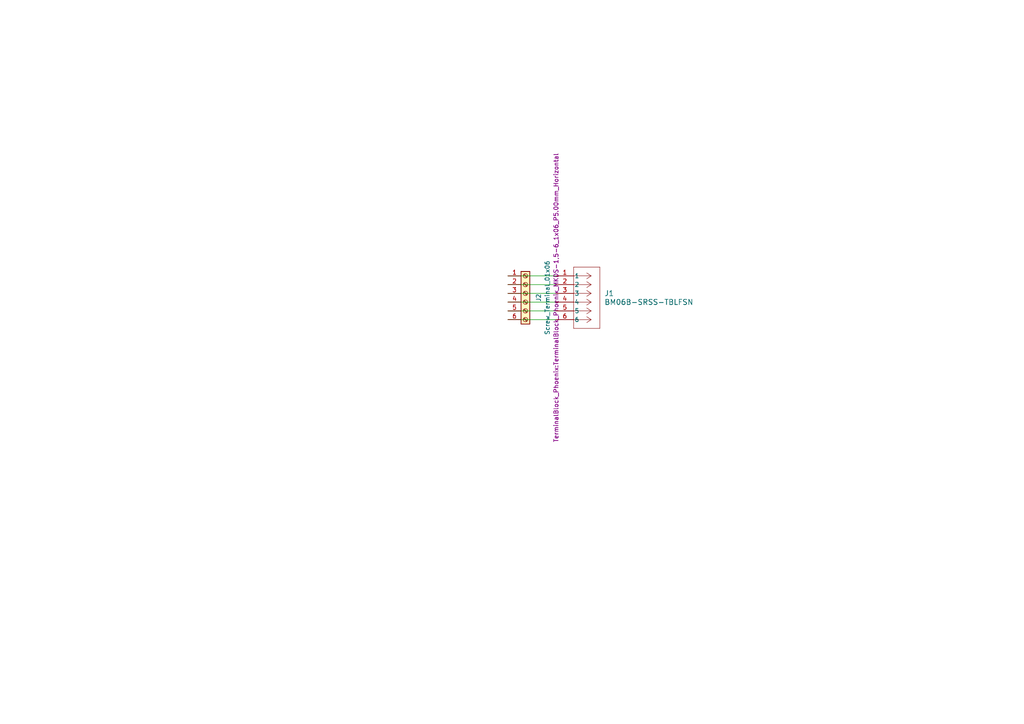
<source format=kicad_sch>
(kicad_sch (version 20231120) (generator "eeschema") (generator_version "8.0")
  (paper "A4")
  (lib_symbols
    (symbol "2025-02-11_01-59-01:BM06B-SRSS-TBLFSN" (pin_names (offset 0.254))
      (property "Reference" "J" (at 8.89 6.35 0))
      (property "Value" "BM06B-SRSS-TBLFSN" (at 0 0 0))
      (symbol "BM06B-SRSS-TBLFSN_1_1"
        (polyline (pts (xy 5.08 -15.24) (xy 12.7 -15.24)) (stroke (width 0.127)))
        (polyline (pts (xy 5.08 2.54) (xy 5.08 -15.24)) (stroke (width 0.127)))
        (polyline (pts (xy 10.16 -12.7) (xy 5.08 -12.7)) (stroke (width 0.127)))
        (polyline (pts (xy 10.16 -12.7) (xy 8.89 -13.5467)) (stroke (width 0.127)))
        (polyline (pts (xy 10.16 -12.7) (xy 8.89 -11.8533)) (stroke (width 0.127)))
        (polyline (pts (xy 10.16 -10.16) (xy 5.08 -10.16)) (stroke (width 0.127)))
        (polyline (pts (xy 10.16 -10.16) (xy 8.89 -11.0067)) (stroke (width 0.127)))
        (polyline (pts (xy 10.16 -10.16) (xy 8.89 -9.3133)) (stroke (width 0.127)))
        (polyline (pts (xy 10.16 -7.62) (xy 5.08 -7.62)) (stroke (width 0.127)))
        (polyline (pts (xy 10.16 -7.62) (xy 8.89 -8.4667)) (stroke (width 0.127)))
        (polyline (pts (xy 10.16 -7.62) (xy 8.89 -6.7733)) (stroke (width 0.127)))
        (polyline (pts (xy 10.16 -5.08) (xy 5.08 -5.08)) (stroke (width 0.127)))
        (polyline (pts (xy 10.16 -5.08) (xy 8.89 -5.9267)) (stroke (width 0.127)))
        (polyline (pts (xy 10.16 -5.08) (xy 8.89 -4.2333)) (stroke (width 0.127)))
        (polyline (pts (xy 10.16 -2.54) (xy 5.08 -2.54)) (stroke (width 0.127)))
        (polyline (pts (xy 10.16 -2.54) (xy 8.89 -3.3867)) (stroke (width 0.127)))
        (polyline (pts (xy 10.16 -2.54) (xy 8.89 -1.6933)) (stroke (width 0.127)))
        (polyline (pts (xy 10.16 0) (xy 5.08 0)) (stroke (width 0.127)))
        (polyline (pts (xy 10.16 0) (xy 8.89 -0.8467)) (stroke (width 0.127)))
        (polyline (pts (xy 10.16 0) (xy 8.89 0.8467)) (stroke (width 0.127)))
        (polyline (pts (xy 12.7 -15.24) (xy 12.7 2.54)) (stroke (width 0.127)))
        (polyline (pts (xy 12.7 2.54) (xy 5.08 2.54)) (stroke (width 0.127)))
        (pin unspecified line (at 0 0 0) (length 5.08) (name "1") (number "1"))
        (pin unspecified line (at 0 -2.54 0) (length 5.08) (name "2") (number "2"))
        (pin unspecified line (at 0 -5.08 0) (length 5.08) (name "3") (number "3"))
        (pin unspecified line (at 0 -7.62 0) (length 5.08) (name "4") (number "4"))
        (pin unspecified line (at 0 -10.16 0) (length 5.08) (name "5") (number "5"))
        (pin unspecified line (at 0 -12.7 0) (length 5.08) (name "6") (number "6"))
      )
      (symbol "BM06B-SRSS-TBLFSN_1_2"
        (polyline (pts (xy 5.08 -15.24) (xy 12.7 -15.24)) (stroke (width 0.127)))
        (polyline (pts (xy 5.08 2.54) (xy 5.08 -15.24)) (stroke (width 0.127)))
        (polyline (pts (xy 7.62 -12.7) (xy 5.08 -12.7)) (stroke (width 0.127)))
        (polyline (pts (xy 7.62 -12.7) (xy 8.89 -13.5467)) (stroke (width 0.127)))
        (polyline (pts (xy 7.62 -12.7) (xy 8.89 -11.8533)) (stroke (width 0.127)))
        (polyline (pts (xy 7.62 -10.16) (xy 5.08 -10.16)) (stroke (width 0.127)))
        (polyline (pts (xy 7.62 -10.16) (xy 8.89 -11.0067)) (stroke (width 0.127)))
        (polyline (pts (xy 7.62 -10.16) (xy 8.89 -9.3133)) (stroke (width 0.127)))
        (polyline (pts (xy 7.62 -7.62) (xy 5.08 -7.62)) (stroke (width 0.127)))
        (polyline (pts (xy 7.62 -7.62) (xy 8.89 -8.4667)) (stroke (width 0.127)))
        (polyline (pts (xy 7.62 -7.62) (xy 8.89 -6.7733)) (stroke (width 0.127)))
        (polyline (pts (xy 7.62 -5.08) (xy 5.08 -5.08)) (stroke (width 0.127)))
        (polyline (pts (xy 7.62 -5.08) (xy 8.89 -5.9267)) (stroke (width 0.127)))
        (polyline (pts (xy 7.62 -5.08) (xy 8.89 -4.2333)) (stroke (width 0.127)))
        (polyline (pts (xy 7.62 -2.54) (xy 5.08 -2.54)) (stroke (width 0.127)))
        (polyline (pts (xy 7.62 -2.54) (xy 8.89 -3.3867)) (stroke (width 0.127)))
        (polyline (pts (xy 7.62 -2.54) (xy 8.89 -1.6933)) (stroke (width 0.127)))
        (polyline (pts (xy 7.62 0) (xy 5.08 0)) (stroke (width 0.127)))
        (polyline (pts (xy 7.62 0) (xy 8.89 -0.8467)) (stroke (width 0.127)))
        (polyline (pts (xy 7.62 0) (xy 8.89 0.8467)) (stroke (width 0.127)))
        (polyline (pts (xy 12.7 -15.24) (xy 12.7 2.54)) (stroke (width 0.127)))
        (polyline (pts (xy 12.7 2.54) (xy 5.08 2.54)) (stroke (width 0.127)))
        (pin unspecified line (at 0 0 0) (length 5.08) (name "1") (number "1"))
        (pin unspecified line (at 0 -2.54 0) (length 5.08) (name "2") (number "2"))
        (pin unspecified line (at 0 -5.08 0) (length 5.08) (name "3") (number "3"))
        (pin unspecified line (at 0 -7.62 0) (length 5.08) (name "4") (number "4"))
        (pin unspecified line (at 0 -10.16 0) (length 5.08) (name "5") (number "5"))
        (pin unspecified line (at 0 -12.7 0) (length 5.08) (name "6") (number "6"))
      )
    )
    (symbol "Connector:Screw_Terminal_01x06" (pin_names (offset 1.016) hide)
      (property "Reference" "J" (at 0 7.62 0))
      (property "Value" "Screw_Terminal_01x06" (at 0 -10.16 0))
      (symbol "Screw_Terminal_01x06_1_1"
        (rectangle (start -1.27 6.35) (end 1.27 -8.89) (stroke (width 0.254)) (fill (type background)))
        (circle (center 0 -7.62) (radius 0.635) (stroke (width 0.1524)))
        (circle (center 0 -5.08) (radius 0.635) (stroke (width 0.1524)))
        (circle (center 0 -2.54) (radius 0.635) (stroke (width 0.1524)))
        (polyline (pts (xy -0.5334 -7.2898) (xy 0.3302 -8.128)) (stroke (width 0.1524)))
        (polyline (pts (xy -0.5334 -4.7498) (xy 0.3302 -5.588)) (stroke (width 0.1524)))
        (polyline (pts (xy -0.5334 -2.2098) (xy 0.3302 -3.048)) (stroke (width 0.1524)))
        (polyline (pts (xy -0.5334 0.3302) (xy 0.3302 -0.508)) (stroke (width 0.1524)))
        (polyline (pts (xy -0.5334 2.8702) (xy 0.3302 2.032)) (stroke (width 0.1524)))
        (polyline (pts (xy -0.5334 5.4102) (xy 0.3302 4.572)) (stroke (width 0.1524)))
        (polyline (pts (xy -0.3556 -7.112) (xy 0.508 -7.9502)) (stroke (width 0.1524)))
        (polyline (pts (xy -0.3556 -4.572) (xy 0.508 -5.4102)) (stroke (width 0.1524)))
        (polyline (pts (xy -0.3556 -2.032) (xy 0.508 -2.8702)) (stroke (width 0.1524)))
        (polyline (pts (xy -0.3556 0.508) (xy 0.508 -0.3302)) (stroke (width 0.1524)))
        (polyline (pts (xy -0.3556 3.048) (xy 0.508 2.2098)) (stroke (width 0.1524)))
        (polyline (pts (xy -0.3556 5.588) (xy 0.508 4.7498)) (stroke (width 0.1524)))
        (circle (center 0 0) (radius 0.635) (stroke (width 0.1524)))
        (circle (center 0 2.54) (radius 0.635) (stroke (width 0.1524)))
        (circle (center 0 5.08) (radius 0.635) (stroke (width 0.1524)))
        (pin passive line (at -5.08 5.08 0) (length 3.81) (name "Pin_1") (number "1"))
        (pin passive line (at -5.08 2.54 0) (length 3.81) (name "Pin_2") (number "2"))
        (pin passive line (at -5.08 0 0) (length 3.81) (name "Pin_3") (number "3"))
        (pin passive line (at -5.08 -2.54 0) (length 3.81) (name "Pin_4") (number "4"))
        (pin passive line (at -5.08 -5.08 0) (length 3.81) (name "Pin_5") (number "5"))
        (pin passive line (at -5.08 -7.62 0) (length 3.81) (name "Pin_6") (number "6"))
      )
    )
  )
  (wire (pts (xy 147.32 85.09) (xy 161.29 85.09)))
  (wire (pts (xy 147.32 92.71) (xy 161.29 92.71)))
  (wire (pts (xy 147.32 82.55) (xy 161.29 82.55)))
  (wire (pts (xy 147.32 80.01) (xy 161.29 80.01)))
  (wire (pts (xy 147.32 87.63) (xy 161.29 87.63)))
  (wire (pts (xy 147.32 90.17) (xy 161.29 90.17)))
  (symbol (lib_id "Connector:Screw_Terminal_01x06") (at 152.4 85.09 0) (unit 1)
    (property "Reference" "J2" (at 156.21 86.36 90))
    (property "Value" "Screw_Terminal_01x06" (at 158.75 86.36 90))
    (property "Footprint" "TerminalBlock_Phoenix:TerminalBlock_Phoenix_MKDS-1,5-6_1x06_P5.00mm_Horizontal" (at 161.29 86.36 90))
    (property "Description" "Generic screw terminal, single row, 01x06, script generated (kicad-library-utils/schlib/autogen/connector/)" (effects (hide yes)))
  )
  (symbol (lib_id "2025-02-11_01-59-01:BM06B-SRSS-TBLFSN") (at 161.29 80.01 0) (unit 1)
    (property "Reference" "J1" (at 175.26 85.0899 0) (effects (font (size 1.524 1.524)) (justify left)))
    (property "Value" "BM06B-SRSS-TBLFSN" (at 175.26 87.6299 0) (effects (font (size 1.524 1.524)) (justify left)))
    (property "Footprint" "Connector_JST:JST_SH_BM06B-SRSS-TB_1x06-1MP_P1.00mm_Vertical" (effects (hide yes)))
    (property "Datasheet" "BM06B-SRSS-TBLFSN" (effects (hide yes)))
  )
)
</source>
